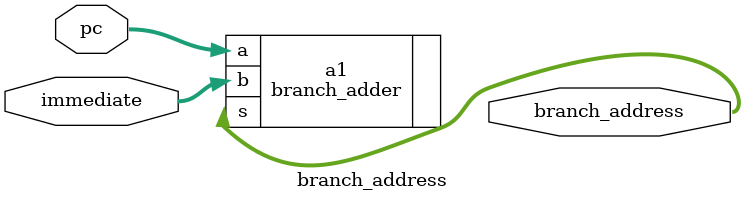
<source format=v>
`timescale 1ns / 1ps
module branch_address(pc, immediate, branch_address);
input [9:0] pc;
input [6:0] immediate;
output [9:0] branch_address;

// branch_adder adds a 10-bit unsigned input and a 7-bit signed input
// the adder allows for usigned overflow and underflow
// the test bench demonstrates a case each for overflow and underflow
branch_adder a1 (.a(pc), .b(immediate), .s(branch_address));

endmodule

</source>
